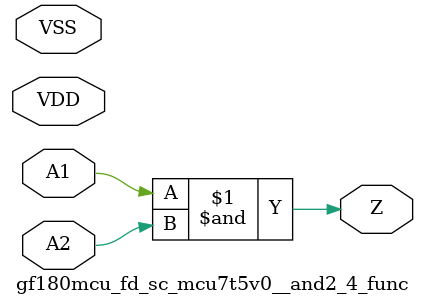
<source format=v>

module gf180mcu_fd_sc_mcu7t5v0__and2_4_func( A2, A1, Z, VDD, VSS );
input A1, A2;
inout VDD, VSS;
output Z;

	and MGM_BG_0( Z, A1, A2 );

endmodule

</source>
